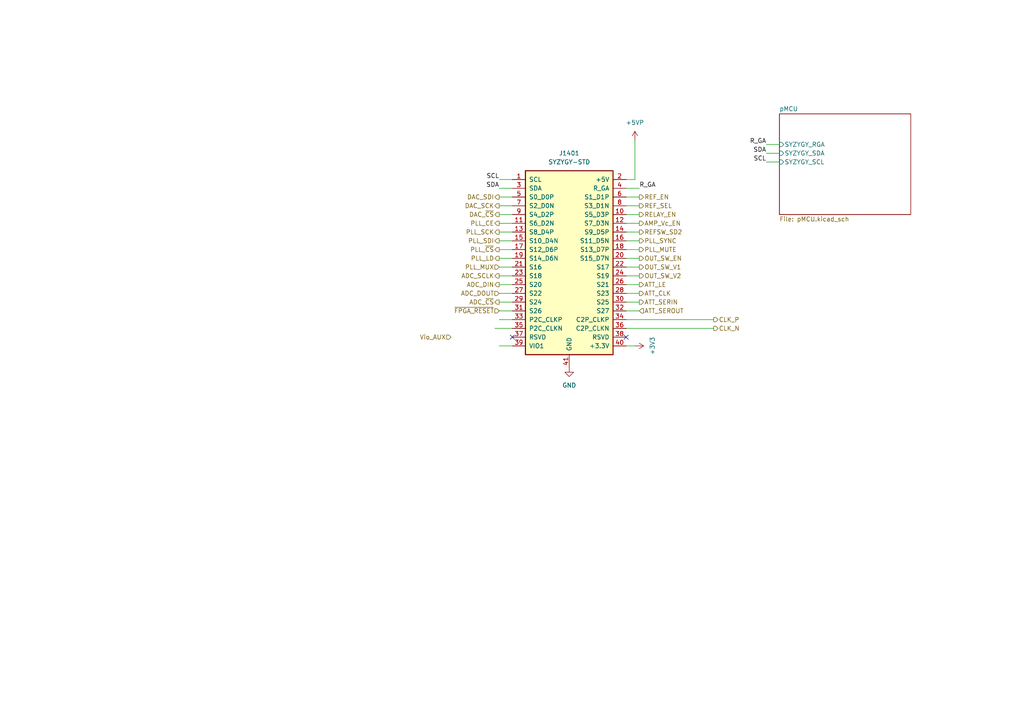
<source format=kicad_sch>
(kicad_sch (version 20211123) (generator eeschema)
  (paper "A4")
  (lib_symbols
    (symbol "gsd_misc:SYZYGY-STD" (pin_names (offset 1.016))
      (property "Reference" "J" (at 0 27.94 0))
      (property "Value" "SYZYGY-STD" (at 0 25.4 0))
      (symbol "SYZYGY-STD_0_1"
        (rectangle (start -12.7 24.13) (end 12.7 -29.21) (stroke (width 0.3302)) (fill (type background)))
      )
      (symbol "SYZYGY-STD_1_1"
        (pin input line (at -16.51 21.59 0) (length 3.81) (name "SCL") (number "1"))
        (pin input line (at 16.51 11.43 180) (length 3.81) (name "S5_D3P") (number "10"))
        (pin input line (at -16.51 8.89 0) (length 3.81) (name "S6_D2N") (number "11"))
        (pin input line (at 16.51 8.89 180) (length 3.81) (name "S7_D3N") (number "12"))
        (pin input line (at -16.51 6.35 0) (length 3.81) (name "S8_D4P") (number "13"))
        (pin input line (at 16.51 6.35 180) (length 3.81) (name "S9_D5P") (number "14"))
        (pin input line (at -16.51 3.81 0) (length 3.81) (name "S10_D4N") (number "15"))
        (pin input line (at 16.51 3.81 180) (length 3.81) (name "S11_D5N") (number "16"))
        (pin input line (at -16.51 1.27 0) (length 3.81) (name "S12_D6P") (number "17"))
        (pin input line (at 16.51 1.27 180) (length 3.81) (name "S13_D7P") (number "18"))
        (pin input line (at -16.51 -1.27 0) (length 3.81) (name "S14_D6N") (number "19"))
        (pin input line (at 16.51 21.59 180) (length 3.81) (name "+5V") (number "2"))
        (pin input line (at 16.51 -1.27 180) (length 3.81) (name "S15_D7N") (number "20"))
        (pin input line (at -16.51 -3.81 0) (length 3.81) (name "S16") (number "21"))
        (pin input line (at 16.51 -3.81 180) (length 3.81) (name "S17") (number "22"))
        (pin input line (at -16.51 -6.35 0) (length 3.81) (name "S18") (number "23"))
        (pin input line (at 16.51 -6.35 180) (length 3.81) (name "S19") (number "24"))
        (pin input line (at -16.51 -8.89 0) (length 3.81) (name "S20") (number "25"))
        (pin input line (at 16.51 -8.89 180) (length 3.81) (name "S21") (number "26"))
        (pin input line (at -16.51 -11.43 0) (length 3.81) (name "S22") (number "27"))
        (pin input line (at 16.51 -11.43 180) (length 3.81) (name "S23") (number "28"))
        (pin input line (at -16.51 -13.97 0) (length 3.81) (name "S24") (number "29"))
        (pin input line (at -16.51 19.05 0) (length 3.81) (name "SDA") (number "3"))
        (pin input line (at 16.51 -13.97 180) (length 3.81) (name "S25") (number "30"))
        (pin input line (at -16.51 -16.51 0) (length 3.81) (name "S26") (number "31"))
        (pin input line (at 16.51 -16.51 180) (length 3.81) (name "S27") (number "32"))
        (pin input line (at -16.51 -19.05 0) (length 3.81) (name "P2C_CLKP") (number "33"))
        (pin input line (at 16.51 -19.05 180) (length 3.81) (name "C2P_CLKP") (number "34"))
        (pin input line (at -16.51 -21.59 0) (length 3.81) (name "P2C_CLKN") (number "35"))
        (pin input line (at 16.51 -21.59 180) (length 3.81) (name "C2P_CLKN") (number "36"))
        (pin input line (at -16.51 -24.13 0) (length 3.81) (name "RSVD") (number "37"))
        (pin input line (at 16.51 -24.13 180) (length 3.81) (name "RSVD") (number "38"))
        (pin input line (at -16.51 -26.67 0) (length 3.81) (name "VIO1") (number "39"))
        (pin input line (at 16.51 19.05 180) (length 3.81) (name "R_GA") (number "4"))
        (pin input line (at 16.51 -26.67 180) (length 3.81) (name "+3.3V") (number "40"))
        (pin input line (at 0 -33.02 90) (length 3.81) (name "GND") (number "41"))
        (pin input line (at -16.51 16.51 0) (length 3.81) (name "S0_D0P") (number "5"))
        (pin input line (at 16.51 16.51 180) (length 3.81) (name "S1_D1P") (number "6"))
        (pin input line (at -16.51 13.97 0) (length 3.81) (name "S2_D0N") (number "7"))
        (pin input line (at 16.51 13.97 180) (length 3.81) (name "S3_D1N") (number "8"))
        (pin input line (at -16.51 11.43 0) (length 3.81) (name "S4_D2P") (number "9"))
      )
    )
    (symbol "power:+3.3V" (power) (pin_names (offset 0))
      (property "Value" "+3.3V" (at 0 3.556 0))
      (symbol "+3.3V_0_1"
        (polyline (pts (xy -0.762 1.27) (xy 0 2.54)))
        (polyline (pts (xy 0 0) (xy 0 2.54)))
        (polyline (pts (xy 0 2.54) (xy 0.762 1.27)))
      )
      (symbol "+3.3V_1_1"
        (pin power_in line (at 0 0 90) (length 0) hide (name "+3V3") (number "1"))
      )
    )
    (symbol "power:+5VP" (power) (pin_names (offset 0))
      (property "Value" "+5VP" (at 0 3.556 0))
      (symbol "+5VP_0_1"
        (polyline (pts (xy -0.762 1.27) (xy 0 2.54)))
        (polyline (pts (xy 0 0) (xy 0 2.54)))
        (polyline (pts (xy 0 2.54) (xy 0.762 1.27)))
      )
      (symbol "+5VP_1_1"
        (pin power_in line (at 0 0 90) (length 0) hide (name "+5VP") (number "1"))
      )
    )
    (symbol "power:GND" (power) (pin_names (offset 0))
      (property "Value" "GND" (at 0 -3.81 0))
      (symbol "GND_0_1"
        (polyline (pts (xy 0 0) (xy 0 -1.27) (xy 1.27 -1.27) (xy 0 -2.54) (xy -1.27 -1.27) (xy 0 -1.27)))
      )
      (symbol "GND_1_1"
        (pin power_in line (at 0 0 270) (length 0) hide (name "GND") (number "1"))
      )
    )
  )
  (no_connect (at 148.59 97.79))
  (no_connect (at 181.61 97.79))
  (wire (pts (xy 181.61 80.01) (xy 185.42 80.01)))
  (wire (pts (xy 181.61 52.07) (xy 184.15 52.07)))
  (wire (pts (xy 181.61 67.31) (xy 185.42 67.31)))
  (wire (pts (xy 181.61 59.69) (xy 185.42 59.69)))
  (wire (pts (xy 181.61 74.93) (xy 185.42 74.93)))
  (wire (pts (xy 181.61 64.77) (xy 185.42 64.77)))
  (wire (pts (xy 148.59 85.09) (xy 144.78 85.09)))
  (wire (pts (xy 148.59 74.93) (xy 144.78 74.93)))
  (wire (pts (xy 181.61 95.25) (xy 207.01 95.25)))
  (wire (pts (xy 148.59 69.85) (xy 144.78 69.85)))
  (wire (pts (xy 181.61 90.17) (xy 185.42 90.17)))
  (wire (pts (xy 181.61 100.33) (xy 184.15 100.33)))
  (wire (pts (xy 181.61 72.39) (xy 185.42 72.39)))
  (wire (pts (xy 222.25 46.99) (xy 226.06 46.99)))
  (wire (pts (xy 181.61 92.71) (xy 207.01 92.71)))
  (wire (pts (xy 143.51 95.25) (xy 148.59 95.25)))
  (wire (pts (xy 181.61 57.15) (xy 185.42 57.15)))
  (wire (pts (xy 184.15 52.07) (xy 184.15 40.64)))
  (wire (pts (xy 148.59 72.39) (xy 144.78 72.39)))
  (wire (pts (xy 181.61 82.55) (xy 185.42 82.55)))
  (wire (pts (xy 148.59 59.69) (xy 144.78 59.69)))
  (wire (pts (xy 148.59 82.55) (xy 144.78 82.55)))
  (wire (pts (xy 148.59 87.63) (xy 144.78 87.63)))
  (wire (pts (xy 222.25 44.45) (xy 226.06 44.45)))
  (wire (pts (xy 181.61 69.85) (xy 185.42 69.85)))
  (wire (pts (xy 181.61 62.23) (xy 185.42 62.23)))
  (wire (pts (xy 181.61 77.47) (xy 185.42 77.47)))
  (wire (pts (xy 148.59 64.77) (xy 144.78 64.77)))
  (wire (pts (xy 144.78 52.07) (xy 148.59 52.07)))
  (wire (pts (xy 222.25 41.91) (xy 226.06 41.91)))
  (wire (pts (xy 148.59 100.33) (xy 144.78 100.33)))
  (wire (pts (xy 148.59 67.31) (xy 144.78 67.31)))
  (wire (pts (xy 148.59 57.15) (xy 144.78 57.15)))
  (wire (pts (xy 144.78 54.61) (xy 148.59 54.61)))
  (wire (pts (xy 181.61 87.63) (xy 185.42 87.63)))
  (wire (pts (xy 148.59 80.01) (xy 144.78 80.01)))
  (wire (pts (xy 181.61 85.09) (xy 185.42 85.09)))
  (wire (pts (xy 181.61 54.61) (xy 185.42 54.61)))
  (wire (pts (xy 148.59 62.23) (xy 144.78 62.23)))
  (wire (pts (xy 148.59 90.17) (xy 144.78 90.17)))
  (wire (pts (xy 144.78 92.71) (xy 148.59 92.71)))
  (wire (pts (xy 148.59 77.47) (xy 144.78 77.47)))
  (label "SCL" (at 222.25 46.99 180))
  (label "SCL" (at 144.78 52.07 180))
  (label "R_GA" (at 222.25 41.91 180))
  (label "R_GA" (at 185.42 54.61 0))
  (label "SDA" (at 144.78 54.61 180))
  (label "SDA" (at 222.25 44.45 180))
  (hierarchical_label "ATT_CLK" (shape output) (at 185.42 85.09 0))
  (hierarchical_label "OUT_SW_EN" (shape output) (at 185.42 74.93 0))
  (hierarchical_label "OUT_SW_V2" (shape output) (at 185.42 80.01 0))
  (hierarchical_label "RELAY_EN" (shape output) (at 185.42 62.23 0))
  (hierarchical_label "REFSW_SD2" (shape output) (at 185.42 67.31 0))
  (hierarchical_label "CLK_N" (shape output) (at 207.01 95.25 0))
  (hierarchical_label "ATT_SEROUT" (shape input) (at 185.42 90.17 0))
  (hierarchical_label "PLL_MUTE" (shape output) (at 185.42 72.39 0))
  (hierarchical_label "ADC_SCLK" (shape output) (at 144.78 80.01 180))
  (hierarchical_label "PLL_SDI" (shape output) (at 144.78 69.85 180))
  (hierarchical_label "ADC_DIN" (shape output) (at 144.78 82.55 180))
  (hierarchical_label "PLL_LD" (shape output) (at 144.78 74.93 180))
  (hierarchical_label "OUT_SW_V1" (shape output) (at 185.42 77.47 0))
  (hierarchical_label "PLL_SYNC" (shape output) (at 185.42 69.85 0))
  (hierarchical_label "PLL_MUX" (shape input) (at 144.78 77.47 180))
  (hierarchical_label "ADC_DOUT" (shape input) (at 144.78 85.09 180))
  (hierarchical_label "CLK_P" (shape output) (at 207.01 92.71 0))
  (hierarchical_label "REF_EN" (shape output) (at 185.42 57.15 0))
  (hierarchical_label "ATT_LE" (shape output) (at 185.42 82.55 0))
  (hierarchical_label "ATT_SERIN" (shape output) (at 185.42 87.63 0))
  (hierarchical_label "DAC_SCK" (shape output) (at 144.78 59.69 180))
  (hierarchical_label "DAC_~{CS}" (shape output) (at 144.78 62.23 180))
  (hierarchical_label "PLL_CE" (shape output) (at 144.78 64.77 180))
  (hierarchical_label "PLL_SCK" (shape output) (at 144.78 67.31 180))
  (hierarchical_label "~{FPGA_RESET}" (shape input) (at 144.78 90.17 180))
  (hierarchical_label "AMP_Vc_EN" (shape output) (at 185.42 64.77 0))
  (hierarchical_label "PLL_~{CS}" (shape output) (at 144.78 72.39 180))
  (hierarchical_label "ADC_~{CS}" (shape output) (at 144.78 87.63 180))
  (hierarchical_label "REF_SEL" (shape output) (at 185.42 59.69 0))
  (hierarchical_label "DAC_SDI" (shape output) (at 144.78 57.15 180))
  (hierarchical_label "Vio_AUX" (shape input) (at 130.81 97.79 180))
  (symbol (lib_id "power:+3.3V") (at 184.15 100.33 270) (unit 1)
    (property "Reference" "#PWR0111" (effects hide))
    (property "Value" "+3.3V" (at 189.23 100.33 0))
  )
  (symbol (lib_id "power:GND") (at 165.1 106.68 0) (unit 1)
    (property "Reference" "#PWR0109" (effects hide))
    (property "Value" "GND" (at 165.1 111.76 0))
  )
  (symbol (lib_id "gsd_misc:SYZYGY-STD") (at 165.1 73.66 0) (unit 1)
    (property "Reference" "J1401" (at 165.1 44.45 0))
    (property "Value" "SYZYGY-STD" (at 165.1 46.99 0))
    (property "Footprint" "gkl_conn:SYZYGY_standard_pod" (effects hide))
  )
  (symbol (lib_id "power:+5VP") (at 184.15 40.64 0) (unit 1)
    (property "Reference" "#PWR0110" (effects hide))
    (property "Value" "+5VP" (at 184.15 35.56 0))
  )
  (sheet (at 226.06 33.02) (size 38.1 29.21) (stroke (width 0.1524))
    (property "Sheet name" "pMCU" (at 226.06 32.3084 0) (effects (justify left bottom)))
    (property "Sheet file" "pMCU.kicad_sch" (at 226.06 62.8146 0) (effects (justify left top)))
    (pin "SYZYGY_RGA" input (at 226.06 41.91 180))
    (pin "SYZYGY_SDA" input (at 226.06 44.45 180))
    (pin "SYZYGY_SCL" input (at 226.06 46.99 180))
  )
)
</source>
